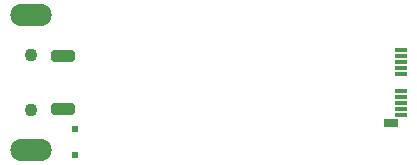
<source format=gbr>
%TF.GenerationSoftware,KiCad,Pcbnew,(6.0.7)*%
%TF.CreationDate,2023-02-09T21:31:32-08:00*%
%TF.ProjectId,ESP_SoC,4553505f-536f-4432-9e6b-696361645f70,rev?*%
%TF.SameCoordinates,Original*%
%TF.FileFunction,Soldermask,Bot*%
%TF.FilePolarity,Negative*%
%FSLAX46Y46*%
G04 Gerber Fmt 4.6, Leading zero omitted, Abs format (unit mm)*
G04 Created by KiCad (PCBNEW (6.0.7)) date 2023-02-09 21:31:32*
%MOMM*%
%LPD*%
G01*
G04 APERTURE LIST*
G04 Aperture macros list*
%AMRoundRect*
0 Rectangle with rounded corners*
0 $1 Rounding radius*
0 $2 $3 $4 $5 $6 $7 $8 $9 X,Y pos of 4 corners*
0 Add a 4 corners polygon primitive as box body*
4,1,4,$2,$3,$4,$5,$6,$7,$8,$9,$2,$3,0*
0 Add four circle primitives for the rounded corners*
1,1,$1+$1,$2,$3*
1,1,$1+$1,$4,$5*
1,1,$1+$1,$6,$7*
1,1,$1+$1,$8,$9*
0 Add four rect primitives between the rounded corners*
20,1,$1+$1,$2,$3,$4,$5,0*
20,1,$1+$1,$4,$5,$6,$7,0*
20,1,$1+$1,$6,$7,$8,$9,0*
20,1,$1+$1,$8,$9,$2,$3,0*%
G04 Aperture macros list end*
%ADD10C,1.100000*%
%ADD11O,3.500000X1.900000*%
%ADD12R,1.150000X0.700000*%
%ADD13R,1.000000X0.380000*%
%ADD14R,0.500000X0.500000*%
%ADD15RoundRect,0.250000X-0.750000X0.250000X-0.750000X-0.250000X0.750000X-0.250000X0.750000X0.250000X0*%
G04 APERTURE END LIST*
D10*
%TO.C,J1*%
X101650000Y-96450000D03*
X101650000Y-101050000D03*
D11*
X101650000Y-104450000D03*
X101650000Y-93050000D03*
%TD*%
D12*
%TO.C,P1*%
X132170000Y-102170000D03*
D13*
X133010000Y-96000000D03*
X133010000Y-96500000D03*
X133010000Y-97000000D03*
X133010000Y-97500000D03*
X133010000Y-98000000D03*
X133010000Y-99500000D03*
X133010000Y-100000000D03*
X133010000Y-100500000D03*
X133010000Y-101000000D03*
X133010000Y-101500000D03*
%TD*%
D14*
%TO.C,D2*%
X105400000Y-102700000D03*
X105400000Y-104900000D03*
%TD*%
D15*
%TO.C,J2*%
X104400000Y-101000000D03*
%TD*%
%TO.C,J3*%
X104400000Y-96500000D03*
%TD*%
M02*

</source>
